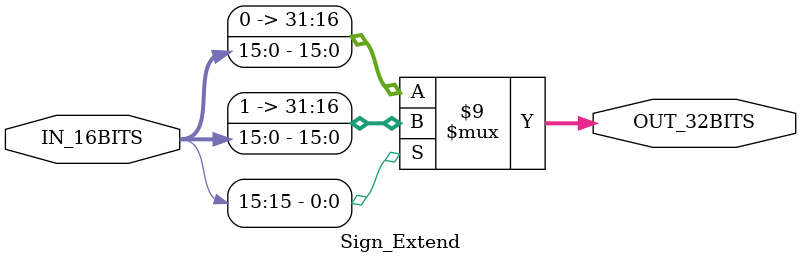
<source format=v>
`timescale 1ns / 1ps

module Hazard(PC_OUT, CLK, RST) ;
	output [31:0]PC_OUT ;
	input CLK, RST ;
	wire [31:0]PC_OUT, PC_IN, INSTRUCTION, READ_DATA_1, READ_DATA_2, SE_Out, ALU_IN1, ALU_result, DataMemory_Output, WRITE_DATA,
		PC_4, SFL32_Output, PC_Branch, branch_result ;  // 32bits
	wire [27:0]SFL28_Output ;
	wire [4:0]WRITE_ADDR ; // 5bits
	wire [3:0]ALU_CONTROL ; // 4bits
	wire [1:0]ALUOP ; // 2bits 
	wire REGDST, ALUSRC, MEMTOREG, REGWRITE, MEMREAD, MEMWRITE, BRANCH, ZERO, branch_select ;  // 1bits

//////////////////////////////////////////////////////////////////////////////////////////////////////

	wire [31:0]INSTRUCTION_IF_ID, PC_4_IF_ID ;

	wire REGWRITE_ID_EX, MEMTOREG_ID_EX, BRANCH_ID_EX, MEMREAD_ID_EX, MEMWRITE_ID_EX, ALUSRC_ID_EX, REGDST_ID_EX ; 
	wire [1:0]ALUOP_ID_EX ;
	wire [31:0]PC_4_ID_EX, READ_DATA_1_ID_EX, READ_DATA_2_ID_EX, SE_ID_EX;
	wire [4:0]RD_ID_EX, RT_ID_EX ;


	wire REGWRITE_EX_MEM, MEMTOREG_EX_MEM, BRANCH_EX_MEM, MEMREAD_EX_MEM, MEMWRITE_EX_MEM, ZERO_EX_MEM ;
	wire [31:0] ADD_RESULT_EX_MEM, ALU_RESULT_EX_MEM, READ_DATA_2_EX_MEM ;
	wire [4:0] WRITE_ADDR_EX_MEM ;

	wire REGWRITE_MEM_WB, MemToReg_MEM_WB ;
	wire [31:0]DataMemory_Output_MEM_WB, ALU_result_MEM_WB ;
	wire [4:0]WRITE_ADDR_MEM_WB ;


	wire PCWrite ;
	PC Program_Counter(.PC_OUT(PC_OUT), .PC_IN(PC_IN), .PCWrite(PCWrite), .CLK(CLK), .RST(RST));
//	InstructionMemory IM(.INSTRUCTION(INSTRUCTION), .ADDR(PC_OUT), .RST(RST)) ;
    ins ins(PC_OUT,INSTRUCTION,CLK,RST);
	wire [31:0]constant  ;
	assign constant = 32'd4 ;

	Add Add_1(.out(PC_4), .in_0(PC_OUT), .in_1(constant) ) ;

	wire IF_ID_WRTIE ;
	IF_ID IF_ID_Reg(.PC_4_out(PC_4_IF_ID), .IM_out(INSTRUCTION_IF_ID), .PC_4(PC_4), .IM(INSTRUCTION), .IF_ID_WRTIE(IF_ID_WRTIE), .CLK(CLK), .RST(RST));
    
	wire ctr ; 
    Control Control ( REGDST, ALUSRC, MEMTOREG, REGWRITE, MEMREAD, MEMWRITE, BRANCH, ALUOP,INSTRUCTION_IF_ID, ctr ) ;  
	Register_file RF(.READ_DATA_1(READ_DATA_1), .READ_DATA_2(READ_DATA_2), .READ_ADDR_1(INSTRUCTION_IF_ID[25:21]), .READ_ADDR_2(INSTRUCTION_IF_ID[20:16]), 
    .WRITE_ADDR(WRITE_ADDR_MEM_WB), .WRITE_DATA(WRITE_DATA), .REGWRITE(REGWRITE_MEM_WB), .CLK(CLK),.RST(RST) );   
 
    signextension signextension(INSTRUCTION_IF_ID,SE_Out);
	
	wire [4:0]RS_ID_EX ;
	ID_EX ID_EX_Reg(.REGWRITE_out(REGWRITE_ID_EX), .MEMTOREG_out(MEMTOREG_ID_EX), .BRANCH_out(BRANCH_ID_EX), .MEMREAD_out(MEMREAD_ID_EX),
	 .MEMWRITE_out(MEMWRITE_ID_EX), .ALUSRC_out(ALUSRC_ID_EX), .REGDST_out(REGDST_ID_EX), .ALUOP_out(ALUOP_ID_EX), 
	 .PC_4_out(PC_4_ID_EX), .READ_DATA_1_out(READ_DATA_1_ID_EX), .READ_DATA_2_out(READ_DATA_2_ID_EX), .SE_REG_out(SE_ID_EX), .RD_out(RD_ID_EX), .RT_out(RT_ID_EX), .RS_out(RS_ID_EX),
	.REGWRITE(REGWRITE), .MEMTOREG(MEMTOREG), .BRANCH(BRANCH), .MEMREAD(MEMREAD), .MEMWRITE(MEMWRITE), .REGDST(REGDST), .ALUSRC(ALUSRC), .ALUOP(ALUOP), 
	.PC_4(PC_4_IF_ID), .READ_DATA_1(READ_DATA_1), .READ_DATA_2(READ_DATA_2), .SE_REG(SE_Out), 
	.RD(INSTRUCTION_IF_ID[15:11]), .RT(INSTRUCTION_IF_ID[20:16]), .RS(INSTRUCTION_IF_ID[25:21]), .CLK(CLK), .RST(RST) );


	Mux_5Bits Mux5_1(.OUT(WRITE_ADDR), .IN0(RT_ID_EX), .IN1(RD_ID_EX), .SEL(REGDST_ID_EX)) ; 
	ALU_Controller ALUCTLER(.ALU_func(ALU_CONTROL), .ALU_OP(ALUOP_ID_EX), .FUNCT(SE_ID_EX[5:0]) ) ; 
	Shift_Left_2_32BitsTo32Bits SFL32_1( .Out(SFL32_Output), .In(SE_ID_EX) ) ;
	Add Add_2(.out(PC_Branch), .in_0(PC_4_ID_EX), .in_1(SFL32_Output) ) ;
	
	wire [1:0]FORWARDA, FORWARDB ; 
	wire [31:0]ALU_IN0 ;
	Mux_32Bits_3input Mux_32Bits_3input_1(.OUT(ALU_IN0), .IN0(READ_DATA_1_ID_EX), .IN1(WRITE_DATA), .IN2(ALU_RESULT_EX_MEM), .SEL(FORWARDA) ) ;   
 	
	wire [31:0]Mux32_1_IN0 ;
 	Mux_32Bits_3input Mux_32Bits_3input_2(.OUT(Mux32_1_IN0), .IN0(READ_DATA_2_ID_EX), .IN1(WRITE_DATA), .IN2(ALU_RESULT_EX_MEM), .SEL(FORWARDB) ) ;   

	
	Mux_32Bits Mux1(.out(ALU_IN1), .In0(Mux32_1_IN0), .In1(SE_ID_EX), .ctr2(ALUSRC_ID_EX) ) ;
		
	//ALU ALU_1(.OUT(ALU_result), .ZERO(ZERO), .IN0(ALU_IN0), .IN1(ALU_IN1), .ALU_CONTROL(ALU_CONTROL) ) ; 
    ALU ALU(ALU_CONTROL,ALU_IN0,ALU_IN1,ZERO,ALU_result);

	Forward Forward(.ForwardA(FORWARDA), .ForwardB(FORWARDB), .RS_in(RS_ID_EX) , .RT_in(RT_ID_EX), .RD_EX_MEM(WRITE_ADDR_EX_MEM), .RD_MEM_WB(WRITE_ADDR_MEM_WB), .Regwrite_EX_MEM(REGWRITE_EX_MEM), .Regwrite_MEM_WB(REGWRITE_MEM_WB) );   
	
	EX_MEM EX_MEM_Reg(.REGWRITE_out(REGWRITE_EX_MEM), .MEMTOREG_out(MEMTOREG_EX_MEM), .BRANCH_out(BRANCH_EX_MEM), .MEMREAD_out(MEMREAD_EX_MEM), .MEMWRITE_out(MEMWRITE_EX_MEM),
	.ADD_RESULT_out(ADD_RESULT_EX_MEM), .ALU_RESULT_out(ALU_RESULT_EX_MEM), .READ_DATA_2_out(READ_DATA_2_EX_MEM), .WRITE_ADDR_out(WRITE_ADDR_EX_MEM), .ZERO_out(ZERO_EX_MEM),
	.CLK(CLK), .RST(RST), .REGWRITE(REGWRITE_ID_EX), .MEMTOREG(MEMTOREG_ID_EX), .BRANCH(BRANCH_ID_EX), .MEMREAD(MEMREAD_ID_EX), .MEMWRITE(MEMWRITE_ID_EX),
	.ADD_RESULT(PC_Branch), .ALU_RESULT(ALU_result), .READ_DATA_2(READ_DATA_2_ID_EX), .WRITE_ADDR(WRITE_ADDR), .ZERO(ZERO));


	and and1(branch_select, BRANCH_EX_MEM, ZERO_EX_MEM) ;

    DataMemory DataMemory(RST, CLK,ALU_RESULT_EX_MEM, READ_DATA_2_EX_MEM,MEMREAD_EX_MEM, DataMemory_Output, MEMWRITE_EX_MEM);
	MEM_WB MEM_WB_Reg(.WRITE_ADDR_out(WRITE_ADDR_MEM_WB), .ALU_result_out(ALU_result_MEM_WB), .READ_DATA_out(DataMemory_Output_MEM_WB), .WB_RegWrite_out(REGWRITE_MEM_WB), .WB_MemToReg_out(MemToReg_MEM_WB), 
	.WRITE_ADDR(WRITE_ADDR_EX_MEM), .ALU_result(ALU_RESULT_EX_MEM), .READ_DATA(DataMemory_Output), .WB_RegWrite(REGWRITE_EX_MEM), .WB_MemToReg(MEMTOREG_EX_MEM), .CLK(CLK), .RST(RST));

	Mux_32Bits Mux2(.out(WRITE_DATA), .In0(DataMemory_Output_MEM_WB), .In1(ALU_result_MEM_WB), .ctr2(MemToReg_MEM_WB) ) ; 

	Mux_32Bits Mux3(.out(PC_IN), .In0(PC_4), .In1(ADD_RESULT_EX_MEM), .ctr2(branch_select) ) ;

	Hazard_d Hazard_d(.PCWRITE(PCWrite), .IF_ID_WRITE(IF_ID_WRTIE), .CTRL_SEL(ctr), 
		.RS_IF_ID(INSTRUCTION_IF_ID[25:21]), .RT_IF_ID(INSTRUCTION_IF_ID[20:16]), .RT_ID_EX(RT_ID_EX), .MEMREAD_ID_EX(MEMREAD_ID_EX) );

endmodule 

module regis(Writereg,Readdata1,Readdata2,clk,reset,RegWrite,WriteData,Instruction);
input  clk,reset,RegWrite;
output  [31:0] Readdata1,Readdata2;
input [31:0]Instruction;
input [4:0]Writereg;
input[31:0] WriteData;
reg [31:0] register[31:0];
integer i=0;
initial
begin
    for(i=0;i<32;i=i+1)begin
            register[i]=32'd0;
     end
end

assign Readdata1=register[Instruction[25:21]]; 
assign Readdata2=register[Instruction[20:16]];

always@(*)begin
 if(RegWrite==1)
        register[Writereg]=WriteData;
end
endmodule


module signextension(Instruction,signout);
    input [31:0]Instruction;
    wire[15:0] signin;
    output reg[31:0] signout;
    assign signin=Instruction[15:0];
    always@(*)
    begin
        signout={{16{signin[15]}},signin[15:0]};
    end
endmodule

module Add(out, in_0, in_1) ;

	output [31:0]out ;
	input [31:0]in_0, in_1 ; 

	assign out= in_0 + in_1 ;

endmodule



module ALU1(OUT, ZERO, IN0, IN1, ALU_CONTROL) ; 

	output reg signed [31:0]OUT ;
	output ZERO ;
	input signed [31:0]IN0, IN1 ;
	input [3:0]ALU_CONTROL ;

	always @(IN0 or IN1 or ALU_CONTROL) begin
		case(ALU_CONTROL) 
		4'b0000 : OUT = IN0 & IN1 ;
		4'b0001 : OUT = IN0 | IN1 ;
		4'b0010 : OUT = IN0 + IN1 ;
		4'b0110 : OUT = IN0 - IN1 ;
		4'b0111 : OUT = ( IN0 < IN1 ) ? 1 : 0 ; 
		4'b1100 : OUT = ~(IN0 | IN1) ; 
		default : OUT = 32'd0 ; 
		endcase
	end

	assign ZERO = ( OUT == 0 ) ; 

endmodule

module ALU(ALUfunc,ALUIn1,ALUIn2,Zero,ALUresult);
input [3:0]ALUfunc;
input [31:0]ALUIn1,ALUIn2;
output reg [31:0]ALUresult;
output reg Zero=0;
always@(*)
begin
    case(ALUfunc)
        4'b0000: ALUresult=ALUIn1&ALUIn2;
        4'b0001: ALUresult=ALUIn1|ALUIn2;
        4'b0010: ALUresult=ALUIn1+ALUIn2;
        4'b0110: 
            begin
            ALUresult=ALUIn1-ALUIn2;
            if(ALUresult==0)
                Zero=1;
            else
                Zero=0;
            end
        default: ALUresult=(ALUIn1<ALUIn2)?32'd1:32'd0;
    endcase
end
endmodule

module ALU_Controller( ALU_func, ALU_OP, FUNCT ) ; 

	output reg [3:0]ALU_func ; 
	input [1:0] ALU_OP ;
	input [5:0] FUNCT; 

	always @(ALU_OP or FUNCT) begin
		if ( ALU_OP == 2'b00 )       // add
			ALU_func = 4'b0010 ;
		else if ( ALU_OP == 2'b01 )  // subtract
			ALU_func = 4'b0110 ;
		else if ( ALU_OP == 2'b10 && FUNCT == 6'b100000 ) // add
			ALU_func = 4'b0010 ; 
		else if ( ALU_OP == 2'b10 && FUNCT == 6'b100010 ) // subtract
			ALU_func = 4'b0110 ; 
		else if ( ALU_OP == 2'b10 && FUNCT == 6'b100100 ) // AND
			ALU_func = 4'b0000 ; 
		else if ( ALU_OP == 2'b10 && FUNCT == 6'b100101 ) // OR
			ALU_func = 4'b0001 ; 
		else if ( ALU_OP == 2'b10 && FUNCT == 6'b101010 ) // set on less than
			ALU_func = 4'b0111 ; 
		else  // Error !!! 
			ALU_func = 4'b1111 ; 
	end

endmodule

//OUT = ( IN0 < IN1 ) ? 1 : 0 ; 



module Control ( REGDST, ALUSRC, MEMTOREG, REGWRITE, MEMREAD, MEMWRITE, BRANCH, ALUOP,INSTRUCTION_IF_ID, ctr ) ;

	output reg REGDST, ALUSRC, MEMTOREG, REGWRITE, MEMREAD, MEMWRITE, BRANCH ; 
	output reg [1:0]ALUOP ;
	input [31:0]INSTRUCTION_IF_ID ;
	input ctr ; 


	always @(ctr,INSTRUCTION_IF_ID[31:26]) begin
		case ( {ctr,INSTRUCTION_IF_ID[31:26]} )    
			7'b1000000 : begin  // R-Format
				REGDST = 1'b1 ;
				ALUSRC = 1'b0 ;
				MEMTOREG = 1'b1 ;
				REGWRITE = 1'b1 ;
				MEMREAD = 1'b0 ;
				MEMWRITE = 1'b0 ;
				BRANCH = 1'b0 ;
				ALUOP = 2'b10 ;
			end
			7'b1100011 : begin  // lw
				REGDST = 1'b0 ;
				ALUSRC = 1'b1 ;
				MEMTOREG = 1'b0 ;
				REGWRITE = 1'b1 ;
				MEMREAD = 1'b1 ;
				MEMWRITE = 1'b0 ;
				BRANCH = 1'b0 ;
				ALUOP = 2'b00 ;
			end
			7'b1101011 : begin  // sw
				REGDST = 1'b0 ;   // X
				ALUSRC = 1'b1 ;
				MEMTOREG = 1'b1 ; // X
				REGWRITE = 1'b0 ;
				MEMREAD = 1'b0 ;
				MEMWRITE = 1'b1 ;
				BRANCH = 1'b0 ;
				ALUOP = 2'b00 ;
			end
			7'b1001000 : begin  // addi
				REGDST = 1'b0 ;  
				ALUSRC = 1'b1 ;
				MEMTOREG = 1'b1 ; 
				REGWRITE = 1'b1 ;
				MEMREAD = 1'b0 ;
				MEMWRITE = 1'b1 ;
				BRANCH = 1'b0 ;
				ALUOP = 2'b00 ;  
			end 

			7'b1000100 : begin  // beq
				REGDST = 1'b0 ; // X
				ALUSRC = 1'b0 ;
				MEMTOREG = 1'b1 ; // X
				REGWRITE = 1'b0 ;
				MEMREAD = 1'b0 ;
				MEMWRITE = 1'b0 ;
				BRANCH = 1'b1 ;
				ALUOP = 2'b01 ;
			end
			default : begin  //  Sel == 1'b0  !!   or    Error !!! 
				REGDST = 1'b0 ; // X
				ALUSRC = 1'b0 ; // X
				MEMTOREG = 1'b0 ; // X
				REGWRITE = 1'b0 ; // X
				MEMREAD = 1'b0 ; // X
				MEMWRITE = 1'b0 ; // X
				BRANCH = 1'b0 ; // X
				ALUOP = 2'b00 ; // X
			end
		endcase
	end

endmodule



module Controller ( RegDST, ALUsrc, Memtoreg, RegWrite, MemRead, MemWrite, Branch, ALUOp, INSTRUCTION_IF_ID, ctr ) ;

	output reg RegDST, ALUsrc, Memtoreg, RegWrite, MemRead, MemWrite, Branch;
	output reg [1:0] ALUOp ;
	input [31:0] INSTRUCTION_IF_ID;
	input ctr  ; 


	always @(ctr,INSTRUCTION_IF_ID[31:26]) begin
		case ( {ctr,INSTRUCTION_IF_ID[31:26]} )    
			7'b1000000 : begin  // R-Format
				RegDST = 1'b1 ;
				ALUsrc = 1'b0 ;
				Memtoreg = 1'b1 ;
				RegWrite = 1'b1 ;
				MemRead = 1'b0 ;
				MemWrite = 1'b0 ;
				Branch = 1'b0 ;
				ALUOp = 2'b10 ;
			end
			7'b1100011 : begin  // lw
				RegDST = 1'b0 ;
				ALUsrc= 1'b1 ;
				Memtoreg = 1'b0 ;
				RegWrite = 1'b1 ;
				MemRead = 1'b1 ;
				MemWrite = 1'b0 ;
				Branch = 1'b0 ;
				ALUOp = 2'b00 ;
			end
			7'b1101011 : begin  // sw
				RegDST = 1'b0 ;   // X
				ALUsrc = 1'b1 ;
				Memtoreg = 1'b1 ; // X
				RegWrite = 1'b0 ;
				MemRead = 1'b0 ;
				MemWrite = 1'b1 ;
				Branch = 1'b0 ;
				ALUOp = 2'b00 ;
			end
			7'b1001000 : begin  // addi
				RegDST = 1'b0 ;  
				ALUsrc = 1'b1 ;
				Memtoreg = 1'b1 ; 
				RegWrite = 1'b1 ;
				MemRead = 1'b0 ;
				MemWrite = 1'b1 ;
				Branch = 1'b0 ;
				ALUOp = 2'b00 ;  
			end 

			7'b1000100 : begin  // beq
				RegDST = 1'b0 ; // X
				ALUsrc = 1'b0 ;
				Memtoreg = 1'b1 ; // X
				RegWrite = 1'b0 ;
				MemRead = 1'b0 ;
				MemWrite = 1'b0 ;
				Branch = 1'b1 ;
				ALUOp = 2'b01 ;
			end
			default : begin  //  Sel == 1'b0  !!   or    Error !!! 
                RegDST = 1'b0 ; // X
			    ALUsrc = 1'b0 ; // X
				Memtoreg = 1'b0 ; // X
				RegWrite = 1'b0 ; // X
				MemRead = 1'b0 ; // X
				MemWrite = 1'b0 ; // X
				Branch = 1'b0 ; // X
				ALUOp = 2'b00 ; // X
			end
		endcase
	end

endmodule



module DataMemory(reset, clk, ALUresult, WriteData, Read_data, MemRead, MemWrite);
	input reset, clk;
	input [31:0] ALUresult, WriteData;
	input MemRead, MemWrite;
//	output reg [31:0] Read_data;
	wire [5:0]address=ALUresult[5:0];

	reg [31:0] RAM_data[63:0];
//	assign Read_data=RAM_data[address];
	output  [31:0] Read_data;
	assign Read_data = MemRead? RAM_data[address]: 32'h00000000;

    integer i;
    always@(negedge clk or posedge reset)
    begin
        if(reset)
            begin
            for(i=0;i<64;i=i+1)begin
                 RAM_data[i] <= 32'h00000000;
                 end
            end
        else if(MemWrite)
            RAM_data[address]<=WriteData;
        else
            RAM_data[address]<=RAM_data[address];       
    end
		
		
   endmodule		
			
module EX_MEM(REGWRITE_out, MEMTOREG_out, BRANCH_out, MEMREAD_out, MEMWRITE_out,
	ADD_RESULT_out, ALU_RESULT_out, READ_DATA_2_out, WRITE_ADDR_out, ZERO_out,
	CLK, RST, REGWRITE, MEMTOREG, BRANCH, MEMREAD, MEMWRITE,
	ADD_RESULT, ALU_RESULT, READ_DATA_2, WRITE_ADDR, ZERO);

output reg REGWRITE_out, MEMTOREG_out; //WB
output reg BRANCH_out, MEMREAD_out, MEMWRITE_out; //M
output reg [31:0] ADD_RESULT_out, ALU_RESULT_out, READ_DATA_2_out;
output reg [4:0] WRITE_ADDR_out ;
output reg ZERO_out ;

input CLK, RST;
input REGWRITE, MEMTOREG; //WB
input BRANCH, MEMREAD, MEMWRITE; //M

input [31:0] ADD_RESULT, ALU_RESULT, READ_DATA_2;
input [4:0] WRITE_ADDR ;
input ZERO ;



always@(posedge CLK or posedge RST)
	if(RST)begin
		REGWRITE_out<=1'b0;
		MEMTOREG_out<=1'b0;
		BRANCH_out<=1'b0;
		MEMREAD_out<=1'b0;
		MEMWRITE_out<=1'b0;

		ADD_RESULT_out <= 32'b0 ;
		ALU_RESULT_out <= 32'b0 ;
		READ_DATA_2_out <= 32'b0 ;
		WRITE_ADDR_out <= 5'b0 ;
		ZERO_out <= 1'b0 ;

	end
	else begin
		REGWRITE_out<=REGWRITE;
		MEMTOREG_out<=MEMTOREG;
		BRANCH_out<=BRANCH;
		MEMREAD_out<=MEMREAD;
		MEMWRITE_out<=MEMWRITE;

		ADD_RESULT_out <= ADD_RESULT ;
		ALU_RESULT_out <= ALU_RESULT ;
		READ_DATA_2_out <= READ_DATA_2 ;
		WRITE_ADDR_out <= WRITE_ADDR ;
		ZERO_out <= ZERO ;
	end
endmodule




module Forward(ForwardA, ForwardB, RS_in , RT_in, RD_EX_MEM, RD_MEM_WB, Regwrite_EX_MEM, Regwrite_MEM_WB);

	input [4:0] RS_in , RT_in, RD_EX_MEM, RD_MEM_WB; 
	input Regwrite_EX_MEM, Regwrite_MEM_WB;
    output reg [1:0] ForwardA, ForwardB;


	always@(*)
	begin

		ForwardA=2'b00;
		ForwardB=2'b00;

		// EX_MEM
		if(Regwrite_EX_MEM && (RD_EX_MEM!=0) && (RD_EX_MEM==RS_in))
			ForwardA=2'b10;
		if(Regwrite_EX_MEM && (RD_EX_MEM!=0) && (RD_EX_MEM==RT_in))
			ForwardB=2'b10;

		// MEM_WB
		if ( Regwrite_MEM_WB && (RD_MEM_WB!=0) && (RD_MEM_WB==RS_in) && ( ~(  (Regwrite_EX_MEM) && (RD_EX_MEM!=0) && (RD_EX_MEM == RS_in) ) ) )
			ForwardA=2'b01;
		if ( Regwrite_MEM_WB && (RD_MEM_WB!=0) && (RD_MEM_WB==RT_in) && ( ~(  (Regwrite_EX_MEM) && (RD_EX_MEM!=0) && (RD_EX_MEM == RT_in) ) ) )
			ForwardB=2'b01;

	end

endmodule




module Hazard_d(PCWRITE, IF_ID_WRITE, CTRL_SEL, RS_IF_ID, RT_IF_ID, RT_ID_EX, MEMREAD_ID_EX);

	output reg PCWRITE, IF_ID_WRITE, CTRL_SEL;

	input [4:0] RS_IF_ID, RT_IF_ID, RT_ID_EX;
	input MEMREAD_ID_EX;

	always@(*)begin

		if( MEMREAD_ID_EX && ((RT_ID_EX==RS_IF_ID) || (RT_ID_EX==RT_IF_ID)) )
		begin
			PCWRITE=1'b0;
			IF_ID_WRITE=1'b0;
			CTRL_SEL=1'b0;	
		end
		
		else begin
			PCWRITE=1'b1;
			IF_ID_WRITE=1'b1;
			CTRL_SEL=1'b1;
		end

	end

endmodule


module ID_EX(REGWRITE_out, MEMTOREG_out, BRANCH_out, MEMREAD_out, MEMWRITE_out,ALUSRC_out, REGDST_out, ALUOP_out, 
	PC_4_out, READ_DATA_1_out, READ_DATA_2_out, SE_REG_out, RD_out, RT_out, RS_out,
	REGWRITE, MEMTOREG, BRANCH, MEMREAD, MEMWRITE, REGDST, ALUSRC, ALUOP, 
	PC_4, READ_DATA_1, READ_DATA_2, SE_REG, RD, RT, RS, CLK, RST);

output reg REGWRITE_out, MEMTOREG_out; //WB
output reg BRANCH_out, MEMREAD_out, MEMWRITE_out; //M
output reg ALUSRC_out, REGDST_out;//EX
output reg [1:0] ALUOP_out; //EX
output reg [31:0] PC_4_out, READ_DATA_1_out, READ_DATA_2_out, SE_REG_out;
output reg [4:0] RD_out, RT_out, RS_out;

input CLK, RST;
input REGWRITE, MEMTOREG; //WB
input BRANCH, MEMREAD, MEMWRITE; //M
input REGDST, ALUSRC ;//EX
input [1:0] ALUOP; //EX
input [31:0] PC_4, READ_DATA_1, READ_DATA_2, SE_REG;
input [4:0] RD, RT, RS;




always@(posedge CLK or posedge RST)
	if(RST)begin
		REGWRITE_out<=1'b0;
		MEMTOREG_out<=1'b0;
		BRANCH_out<=1'b0;
		MEMREAD_out<=1'b0;
		MEMWRITE_out<=1'b0;
		REGDST_out<=1'b0;
		ALUSRC_out<=1'b0;
		ALUOP_out<=2'b00;
		PC_4_out<=32'b0;
		READ_DATA_1_out<=32'b0; 
		READ_DATA_2_out<=32'b0;
		SE_REG_out<=32'b0;
		RD_out<=5'b0; 
		RT_out<=5'b0;
		RS_out<=5'b0;
	end
	else begin
		REGWRITE_out<=REGWRITE;
		MEMTOREG_out<=MEMTOREG;
		BRANCH_out<=BRANCH;
		MEMREAD_out<=MEMREAD;
		MEMWRITE_out<=MEMWRITE;
		REGDST_out<=REGDST;
		ALUSRC_out<=ALUSRC;
		ALUOP_out<=ALUOP;
		PC_4_out<=PC_4;
		READ_DATA_1_out<=READ_DATA_1; 
		READ_DATA_2_out<=READ_DATA_2;
		SE_REG_out<=SE_REG;
		RD_out<=RD; 
		RT_out<=RT;
		RS_out<=RS;
	end
endmodule

module IF_ID (PC_4_out, IM_out, PC_4, IM, IF_ID_WRTIE, CLK, RST);

output reg [31:0] PC_4_out, IM_out;
input [31:0] PC_4, IM;
input CLK,RST, IF_ID_WRTIE;

always@(posedge CLK or posedge RST) begin
	if(RST) begin
		PC_4_out <= 32'b0;
		IM_out <= 32'b0;
	end
	else begin
		if (IF_ID_WRTIE == 1'b0) begin
			PC_4_out <= PC_4_out ;
			IM_out <= IM_out ;
		end
		else begin
			PC_4_out <= PC_4;
			IM_out <= IM;
		end
	end
end

endmodule

module ins(PC_out1,Instruction,clk,reset);
 
input clk,reset;
input [31:0]PC_out1;
output [31:0]Instruction;  
reg [31:0]Instr_memory [31:0]; 
integer i;
assign Instruction=Instr_memory[PC_out1/4];  //除以4才是實際位置

//10101100 00001000 00000000 00001000
initial
begin
        Instr_memory[0] <= 32'b001000_00000_01000_0000000000000010;
		Instr_memory[1] <= 32'b001000_00000_01001_0000000000000100;
		Instr_memory[2] <= 32'b001000_00000_01010_0000000000000001;
		Instr_memory[3] <= 32'b001000_00000_01011_0000000000000011;
		Instr_memory[4] <= 32'b000000_01000_01001_00011_00000_100000;
		
		Instr_memory[5] <= 32'b000000_00011_01010_01100_00000_100101;
		
    	Instr_memory[6] <= 32'b000000_01011_00011_01101_00000_100010;
		
		Instr_memory[7] <= 32'b000000_01010_00011_01111_00000_100100;
		Instr_memory[8] <= 32'b101011_00011_01110_0000000000011110;


	for(i=2;i<256;i=i+1)begin
                 Instr_memory[i] = 32'h00000000;
            end
end
endmodule

module InstructionMemory(INSTRUCTION, ADDR, RST) ;

	output [31:0]INSTRUCTION ;
	input [31:0]ADDR ;
	input RST ;

	reg [31:0]Instr_memory[31:0] ;
	
	//assign INSTRUCTION = memory[ADDR] ; 

//////////////////////////////////////////////////////////////////////////////////////////////////

	wire [31:0] shifted_read_addr;
	assign shifted_read_addr = { 2'b00,ADDR[31:2] };
	assign INSTRUCTION = Instr_memory[shifted_read_addr];


	integer k;
	// I-MEM in this case is addressed by word, not by byte
	

	always @(posedge RST)
	begin
	
		for (k=9; k<64; k=k+1) begin  // here Ou changes k=0 to k=16
			Instr_memory[k] <= 32'b0;
		end
	
        Instr_memory[0] <= 32'b001000_00000_01000_0000000000000010;
		Instr_memory[1] <= 32'b001000_00000_01001_0000000000000100;
		Instr_memory[2] <= 32'b001000_00000_01010_0000000000000001;
		Instr_memory[3] <= 32'b001000_00000_01011_0000000000000011;
		Instr_memory[4] <= 32'b000000_01000_01001_00011_00000_100000;
		
		Instr_memory[5] <= 32'b000000_00011_01010_01100_00000_100101;
		
    	Instr_memory[6] <= 32'b000000_01011_00011_01101_00000_100010;
		
		Instr_memory[7] <= 32'b000000_01010_00011_01111_00000_100100;
		Instr_memory[8] <= 32'b101011_00011_01110_0000000000011110;

	end

endmodule

module MEM_WB (WRITE_ADDR_out, ALU_result_out, READ_DATA_out, WB_RegWrite_out, WB_MemToReg_out, 
	WRITE_ADDR, ALU_result, READ_DATA, WB_RegWrite, WB_MemToReg, CLK, RST);

output reg [31:0] ALU_result_out, READ_DATA_out;
output reg [4:0] WRITE_ADDR_out ;
output reg WB_RegWrite_out, WB_MemToReg_out;

input [31:0] ALU_result, READ_DATA;
input [4:0]  WRITE_ADDR ;
input WB_RegWrite, WB_MemToReg ;
input CLK,RST;

always@(posedge CLK or posedge RST) begin
	if(RST) begin
		WRITE_ADDR_out <= 32'b0;
		ALU_result_out <= 32'b0;
		READ_DATA_out <= 32'b0;
		WB_RegWrite_out <= 1'b0;
		WB_MemToReg_out <= 1'b0;
	end
	else begin
		WRITE_ADDR_out <= WRITE_ADDR;
		ALU_result_out <= ALU_result;
		READ_DATA_out <= READ_DATA;
		WB_RegWrite_out <= WB_RegWrite ;
		WB_MemToReg_out <= WB_MemToReg ;
	end

end

endmodule



module Mux_5Bits(OUT, IN0, IN1, SEL) ; 

	output [4:0]OUT ;
	input [4:0]IN0, IN1 ;
	input SEL;

	assign OUT = (SEL) ? IN1 : IN0 ;

endmodule



module Mux_32Bits(out, In0, In1, ctr2) ; 

	output [31:0] out;
	input [31:0]In0, In1 ;
	input ctr2;

	assign out = ( ctr2) ?In1 : In0 ;

endmodule



module Mux_32Bits_3input(OUT, IN0, IN1, IN2, SEL) ; 

	output reg [31:0]OUT ;
	input [31:0]IN0, IN1 ,IN2;
	input [1:0]SEL;

	always@(*)begin
		if (SEL == 2'b00)
			OUT = IN0;
		else if (SEL == 2'b01)
			OUT = IN1;
		else if (SEL == 2'b10)
			OUT = IN2;
		else   // Error
			OUT = IN0;
	end
endmodule


module PC(PC_OUT, PC_IN, PCWrite, CLK, RST);
output reg [31:0] PC_OUT;
input [31:0] PC_IN;
input PCWrite;
input CLK, RST;

always @(posedge CLK or posedge RST) begin
	if(RST)
		PC_OUT<=1'b0;

	else begin

		if(PCWrite == 1'b1)
			PC_OUT<=PC_IN;
		else 
			PC_OUT<=PC_OUT;

	end
end

endmodule


module Register_file(
READ_DATA_1, READ_DATA_2,READ_ADDR_1, READ_ADDR_2, WRITE_ADDR, WRITE_DATA,
REGWRITE, CLK,RST
);
output [31:0] READ_DATA_1, READ_DATA_2;
input [31:0] WRITE_DATA;
input [4:0] READ_ADDR_1, READ_ADDR_2, WRITE_ADDR;
input REGWRITE, CLK,RST;

reg [31:0] Regfile[31:0];
integer i;


assign READ_DATA_1 =  Regfile[READ_ADDR_1];
assign READ_DATA_2 =  Regfile[READ_ADDR_2];

always@(negedge CLK or posedge RST)
begin
	if(RST)begin
		for(i=0; i<32; i=i+1)
			Regfile[i] <= 32'b0;
	end
	else begin
		if (REGWRITE==1'b1 && WRITE_ADDR!=0)
			Regfile[WRITE_ADDR] <= WRITE_DATA;
		else
			Regfile[WRITE_ADDR] <= Regfile[WRITE_ADDR];
	end

end

endmodule

/*
always@(negedge CLK or posedge RST)
begin
	if(RST)begin
		for(i=0; i<32; i=i+1)
			Regfile[i] <= 32'b0;
	end

	else begin
		if (REGWRITE==1'b1 && WRITE_ADDR!=0)
			Regfile[WRITE_ADDR] <= WRITE_DATA;
	end

end

always@(posedge CLK)
begin
	READ_DATA_1 <= Regfile[READ_ADDR_1];
	READ_DATA_2 <= Regfile[READ_ADDR_2];
end
*/



module Shift_Left_2_26BitsTo28Bits ( Out,In ) ;
	
	output [27:0]Out ;
	input [25:0]In ;

	assign Out = { In[25:0], 2'b00 } ;

endmodule



module Shift_Left_2_32BitsTo32Bits ( Out,In ) ;
	
	output [31:0]Out ;
	input [31:0]In ;

	assign Out = { In[29:0], 2'b00 } ;

endmodule



module Sign_Extend(OUT_32BITS, IN_16BITS) ;

	output reg [31:0]OUT_32BITS ;
	input [15:0]IN_16BITS ;

	always @(IN_16BITS) begin
		if ( IN_16BITS[15] == 1'b0 ) 
			OUT_32BITS = { { 16{1'b0} } ,IN_16BITS} ;
		else 
			OUT_32BITS = { { 16{1'b1} } ,IN_16BITS} ;
	end

endmodule

</source>
